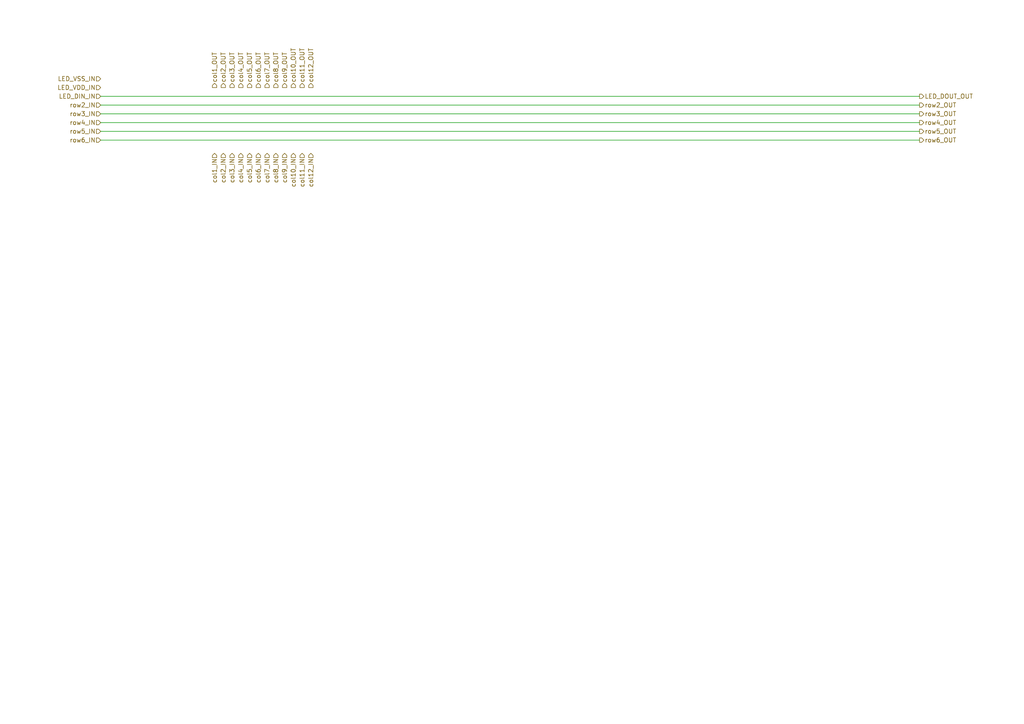
<source format=kicad_sch>
(kicad_sch
	(version 20250114)
	(generator "eeschema")
	(generator_version "9.0")
	(uuid "cf8e051e-4b69-48c5-bbdb-7f8fb4e86048")
	(paper "A4")
	(title_block
		(rev "1 - do not edit connector pin layout.")
		(company "Henry's Software House")
	)
	(lib_symbols)
	(wire
		(pts
			(xy 29.21 35.56) (xy 266.7 35.56)
		)
		(stroke
			(width 0)
			(type default)
		)
		(uuid "5393bb30-6744-4863-b828-cc0a45fb58f9")
	)
	(wire
		(pts
			(xy 29.21 30.48) (xy 266.7 30.48)
		)
		(stroke
			(width 0)
			(type default)
		)
		(uuid "5ba0d591-d500-4064-86fd-b460f44d0bd7")
	)
	(wire
		(pts
			(xy 29.21 38.1) (xy 266.7 38.1)
		)
		(stroke
			(width 0)
			(type default)
		)
		(uuid "5cd16785-173c-4a2c-a389-6872401111db")
	)
	(wire
		(pts
			(xy 266.7 40.64) (xy 29.21 40.64)
		)
		(stroke
			(width 0)
			(type default)
		)
		(uuid "84672e65-1248-46ee-93bf-ba3791143481")
	)
	(wire
		(pts
			(xy 29.21 27.94) (xy 266.7 27.94)
		)
		(stroke
			(width 0)
			(type default)
		)
		(uuid "b87a491b-f925-4c9c-8b2e-796df09e44fd")
	)
	(wire
		(pts
			(xy 29.21 33.02) (xy 266.7 33.02)
		)
		(stroke
			(width 0)
			(type default)
		)
		(uuid "f51eb74a-d649-4fff-ab11-cc8c57c0b2b0")
	)
	(hierarchical_label "col11_OUT"
		(shape output)
		(at 87.63 25.4 90)
		(effects
			(font
				(size 1.27 1.27)
			)
			(justify left)
		)
		(uuid "024efe20-b316-4347-989e-20bcc2dbc12a")
	)
	(hierarchical_label "col3_OUT"
		(shape output)
		(at 67.31 25.4 90)
		(effects
			(font
				(size 1.27 1.27)
			)
			(justify left)
		)
		(uuid "0ac5ee68-984b-414c-93e3-ecc878087c57")
	)
	(hierarchical_label "col5_IN"
		(shape input)
		(at 72.39 44.45 270)
		(effects
			(font
				(size 1.27 1.27)
			)
			(justify right)
		)
		(uuid "1155587c-074b-4dfc-a0cd-aefa2ad1795a")
	)
	(hierarchical_label "col6_IN"
		(shape input)
		(at 74.93 44.45 270)
		(effects
			(font
				(size 1.27 1.27)
			)
			(justify right)
		)
		(uuid "1a2acd45-ca5a-4fe3-9d44-d394b5395f1f")
	)
	(hierarchical_label "col10_OUT"
		(shape output)
		(at 85.09 25.4 90)
		(effects
			(font
				(size 1.27 1.27)
			)
			(justify left)
		)
		(uuid "1ce542d0-90d1-4c05-a863-2d783f3316de")
	)
	(hierarchical_label "col8_IN"
		(shape input)
		(at 80.01 44.45 270)
		(effects
			(font
				(size 1.27 1.27)
			)
			(justify right)
		)
		(uuid "21a9e93f-d34e-4c34-81bc-30f3f32db865")
	)
	(hierarchical_label "LED_DIN_IN"
		(shape input)
		(at 29.21 27.94 180)
		(effects
			(font
				(size 1.27 1.27)
			)
			(justify right)
		)
		(uuid "2237847f-d2dc-4229-8662-7b6989cf68d3")
	)
	(hierarchical_label "LED_VDD_IN"
		(shape input)
		(at 29.21 25.4 180)
		(effects
			(font
				(size 1.27 1.27)
			)
			(justify right)
		)
		(uuid "2694b03f-3d76-4332-a741-465d9c2a3e11")
	)
	(hierarchical_label "col6_OUT"
		(shape output)
		(at 74.93 25.4 90)
		(effects
			(font
				(size 1.27 1.27)
			)
			(justify left)
		)
		(uuid "2a2b44d6-c09f-4cfb-8449-5c5b0a8e5d38")
	)
	(hierarchical_label "col12_OUT"
		(shape output)
		(at 90.17 25.4 90)
		(effects
			(font
				(size 1.27 1.27)
			)
			(justify left)
		)
		(uuid "2d8a6859-80a6-481e-b488-8870b27455f6")
	)
	(hierarchical_label "row4_IN"
		(shape input)
		(at 29.21 35.56 180)
		(effects
			(font
				(size 1.27 1.27)
			)
			(justify right)
		)
		(uuid "305fd891-09a6-4072-b32f-2c3fce1dab0d")
	)
	(hierarchical_label "col11_IN"
		(shape input)
		(at 87.63 44.45 270)
		(effects
			(font
				(size 1.27 1.27)
			)
			(justify right)
		)
		(uuid "368884b4-eb56-40df-a699-8a8c0efdbc06")
	)
	(hierarchical_label "col5_OUT"
		(shape output)
		(at 72.39 25.4 90)
		(effects
			(font
				(size 1.27 1.27)
			)
			(justify left)
		)
		(uuid "3915a9ec-4295-4aee-b038-856fc154636b")
	)
	(hierarchical_label "col9_IN"
		(shape input)
		(at 82.55 44.45 270)
		(effects
			(font
				(size 1.27 1.27)
			)
			(justify right)
		)
		(uuid "3a5c9eed-bf26-4d76-8bec-df4e0b2e4f3b")
	)
	(hierarchical_label "col4_IN"
		(shape input)
		(at 69.85 44.45 270)
		(effects
			(font
				(size 1.27 1.27)
			)
			(justify right)
		)
		(uuid "4b0fbfd5-aa76-452b-be14-20325f145b1d")
	)
	(hierarchical_label "row2_IN"
		(shape input)
		(at 29.21 30.48 180)
		(effects
			(font
				(size 1.27 1.27)
			)
			(justify right)
		)
		(uuid "4f9e9cb7-dff3-40a8-9ef8-20bc24002d75")
	)
	(hierarchical_label "LED_DOUT_OUT"
		(shape output)
		(at 266.7 27.94 0)
		(effects
			(font
				(size 1.27 1.27)
			)
			(justify left)
		)
		(uuid "5920c980-4cdb-495e-be3f-9930fc716f18")
	)
	(hierarchical_label "col4_OUT"
		(shape output)
		(at 69.85 25.4 90)
		(effects
			(font
				(size 1.27 1.27)
			)
			(justify left)
		)
		(uuid "70d755d1-9d79-4be8-af1c-f12bfc78a00f")
	)
	(hierarchical_label "row5_IN"
		(shape input)
		(at 29.21 38.1 180)
		(effects
			(font
				(size 1.27 1.27)
			)
			(justify right)
		)
		(uuid "7d1858ff-d249-4edb-895d-7706120794b0")
	)
	(hierarchical_label "col7_OUT"
		(shape output)
		(at 77.47 25.4 90)
		(effects
			(font
				(size 1.27 1.27)
			)
			(justify left)
		)
		(uuid "7d1c9894-17b0-458a-9ec7-b7f99b9e2d03")
	)
	(hierarchical_label "row2_OUT"
		(shape output)
		(at 266.7 30.48 0)
		(effects
			(font
				(size 1.27 1.27)
			)
			(justify left)
		)
		(uuid "7ed9ccda-74e2-4e60-8252-a2a72514ab54")
	)
	(hierarchical_label "LED_VSS_IN"
		(shape input)
		(at 29.21 22.86 180)
		(effects
			(font
				(size 1.27 1.27)
			)
			(justify right)
		)
		(uuid "81814c09-246a-4d31-be24-5c1e266194b7")
	)
	(hierarchical_label "col2_IN"
		(shape input)
		(at 64.77 44.45 270)
		(effects
			(font
				(size 1.27 1.27)
			)
			(justify right)
		)
		(uuid "83d62f21-b4d4-4e0f-b783-1ae343f39281")
	)
	(hierarchical_label "row3_IN"
		(shape input)
		(at 29.21 33.02 180)
		(effects
			(font
				(size 1.27 1.27)
			)
			(justify right)
		)
		(uuid "85a40ab7-03da-495b-ad0e-b912e6b7f605")
	)
	(hierarchical_label "col1_IN"
		(shape input)
		(at 62.23 44.45 270)
		(effects
			(font
				(size 1.27 1.27)
			)
			(justify right)
		)
		(uuid "860328cc-d380-4021-a915-9128b65ebe7c")
	)
	(hierarchical_label "row6_OUT"
		(shape output)
		(at 266.7 40.64 0)
		(effects
			(font
				(size 1.27 1.27)
			)
			(justify left)
		)
		(uuid "919a92f2-8efe-4c27-be95-df3b43338572")
	)
	(hierarchical_label "col1_OUT"
		(shape output)
		(at 62.23 25.4 90)
		(effects
			(font
				(size 1.27 1.27)
			)
			(justify left)
		)
		(uuid "a33cb243-0b0c-4b88-8f5d-f3f9f7f04821")
	)
	(hierarchical_label "col7_IN"
		(shape input)
		(at 77.47 44.45 270)
		(effects
			(font
				(size 1.27 1.27)
			)
			(justify right)
		)
		(uuid "b85a5039-d210-41ad-885d-4c4e51a9f15b")
	)
	(hierarchical_label "col3_IN"
		(shape input)
		(at 67.31 44.45 270)
		(effects
			(font
				(size 1.27 1.27)
			)
			(justify right)
		)
		(uuid "d0173ad4-99ab-4658-983c-db13cf8bb966")
	)
	(hierarchical_label "col2_OUT"
		(shape output)
		(at 64.77 25.4 90)
		(effects
			(font
				(size 1.27 1.27)
			)
			(justify left)
		)
		(uuid "d46a6a28-d1e6-41ab-9c3c-8e905a715c8d")
	)
	(hierarchical_label "col9_OUT"
		(shape output)
		(at 82.55 25.4 90)
		(effects
			(font
				(size 1.27 1.27)
			)
			(justify left)
		)
		(uuid "e484cc4a-38b1-45cd-95ee-1c2903b46db3")
	)
	(hierarchical_label "col10_IN"
		(shape input)
		(at 85.09 44.45 270)
		(effects
			(font
				(size 1.27 1.27)
			)
			(justify right)
		)
		(uuid "e6dbd763-fcc5-4e22-9d79-923cf7c34c42")
	)
	(hierarchical_label "row4_OUT"
		(shape output)
		(at 266.7 35.56 0)
		(effects
			(font
				(size 1.27 1.27)
			)
			(justify left)
		)
		(uuid "e6ec129f-a835-4c45-894c-bfa116d6e0db")
	)
	(hierarchical_label "row5_OUT"
		(shape output)
		(at 266.7 38.1 0)
		(effects
			(font
				(size 1.27 1.27)
			)
			(justify left)
		)
		(uuid "f1c7ea85-4935-4a80-9c24-669a72a91b76")
	)
	(hierarchical_label "col8_OUT"
		(shape output)
		(at 80.01 25.4 90)
		(effects
			(font
				(size 1.27 1.27)
			)
			(justify left)
		)
		(uuid "f238f821-5480-4a63-9a28-74193843fe6d")
	)
	(hierarchical_label "row6_IN"
		(shape input)
		(at 29.21 40.64 180)
		(effects
			(font
				(size 1.27 1.27)
			)
			(justify right)
		)
		(uuid "f50c0ce2-e9dd-4c95-a8c5-3d7955cf925a")
	)
	(hierarchical_label "col12_IN"
		(shape input)
		(at 90.17 44.45 270)
		(effects
			(font
				(size 1.27 1.27)
			)
			(justify right)
		)
		(uuid "f93d8886-3fdf-4ca9-8131-51cd735abc85")
	)
	(hierarchical_label "row3_OUT"
		(shape output)
		(at 266.7 33.02 0)
		(effects
			(font
				(size 1.27 1.27)
			)
			(justify left)
		)
		(uuid "fc708e23-3f5a-4ddd-bbde-8cb8cb3bad00")
	)
)

</source>
